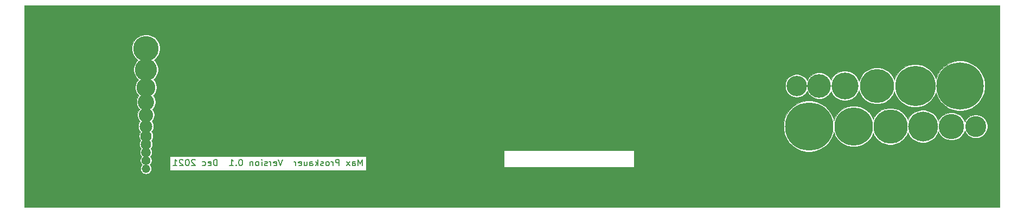
<source format=gbr>
G04 #@! TF.GenerationSoftware,KiCad,Pcbnew,(5.1.4)-1*
G04 #@! TF.CreationDate,2021-11-29T12:53:37-05:00*
G04 #@! TF.ProjectId,ruler,72756c65-722e-46b6-9963-61645f706362,0.1*
G04 #@! TF.SameCoordinates,Original*
G04 #@! TF.FileFunction,Copper,L2,Bot*
G04 #@! TF.FilePolarity,Positive*
%FSLAX46Y46*%
G04 Gerber Fmt 4.6, Leading zero omitted, Abs format (unit mm)*
G04 Created by KiCad (PCBNEW (5.1.4)-1) date 2021-11-29 12:53:37*
%MOMM*%
%LPD*%
G04 APERTURE LIST*
%ADD10C,0.200000*%
%ADD11C,1.320800*%
%ADD12C,1.397000*%
%ADD13C,1.498600*%
%ADD14C,1.625600*%
%ADD15C,1.778000*%
%ADD16C,1.981200*%
%ADD17C,2.235200*%
%ADD18C,2.540000*%
%ADD19C,2.946400*%
%ADD20C,3.454400*%
%ADD21C,3.962400*%
%ADD22C,7.543800*%
%ADD23C,5.994400*%
%ADD24C,5.334000*%
%ADD25C,4.673600*%
%ADD26C,3.276600*%
%ADD27C,7.400000*%
%ADD28C,6.300000*%
%ADD29C,5.300000*%
%ADD30C,4.200000*%
%ADD31C,3.700000*%
%ADD32C,3.200000*%
%ADD33C,0.025400*%
G04 APERTURE END LIST*
D10*
X129038095Y-101417380D02*
X129038095Y-100417380D01*
X128704761Y-101131666D01*
X128371428Y-100417380D01*
X128371428Y-101417380D01*
X127466666Y-101417380D02*
X127466666Y-100893571D01*
X127514285Y-100798333D01*
X127609523Y-100750714D01*
X127800000Y-100750714D01*
X127895238Y-100798333D01*
X127466666Y-101369761D02*
X127561904Y-101417380D01*
X127800000Y-101417380D01*
X127895238Y-101369761D01*
X127942857Y-101274523D01*
X127942857Y-101179285D01*
X127895238Y-101084047D01*
X127800000Y-101036428D01*
X127561904Y-101036428D01*
X127466666Y-100988809D01*
X127085714Y-101417380D02*
X126561904Y-100750714D01*
X127085714Y-100750714D02*
X126561904Y-101417380D01*
X125419047Y-101417380D02*
X125419047Y-100417380D01*
X125038095Y-100417380D01*
X124942857Y-100465000D01*
X124895238Y-100512619D01*
X124847619Y-100607857D01*
X124847619Y-100750714D01*
X124895238Y-100845952D01*
X124942857Y-100893571D01*
X125038095Y-100941190D01*
X125419047Y-100941190D01*
X124419047Y-101417380D02*
X124419047Y-100750714D01*
X124419047Y-100941190D02*
X124371428Y-100845952D01*
X124323809Y-100798333D01*
X124228571Y-100750714D01*
X124133333Y-100750714D01*
X123657142Y-101417380D02*
X123752380Y-101369761D01*
X123800000Y-101322142D01*
X123847619Y-101226904D01*
X123847619Y-100941190D01*
X123800000Y-100845952D01*
X123752380Y-100798333D01*
X123657142Y-100750714D01*
X123514285Y-100750714D01*
X123419047Y-100798333D01*
X123371428Y-100845952D01*
X123323809Y-100941190D01*
X123323809Y-101226904D01*
X123371428Y-101322142D01*
X123419047Y-101369761D01*
X123514285Y-101417380D01*
X123657142Y-101417380D01*
X122942857Y-101369761D02*
X122847619Y-101417380D01*
X122657142Y-101417380D01*
X122561904Y-101369761D01*
X122514285Y-101274523D01*
X122514285Y-101226904D01*
X122561904Y-101131666D01*
X122657142Y-101084047D01*
X122800000Y-101084047D01*
X122895238Y-101036428D01*
X122942857Y-100941190D01*
X122942857Y-100893571D01*
X122895238Y-100798333D01*
X122800000Y-100750714D01*
X122657142Y-100750714D01*
X122561904Y-100798333D01*
X122085714Y-101417380D02*
X122085714Y-100417380D01*
X121990476Y-101036428D02*
X121704761Y-101417380D01*
X121704761Y-100750714D02*
X122085714Y-101131666D01*
X120847619Y-101417380D02*
X120847619Y-100893571D01*
X120895238Y-100798333D01*
X120990476Y-100750714D01*
X121180952Y-100750714D01*
X121276190Y-100798333D01*
X120847619Y-101369761D02*
X120942857Y-101417380D01*
X121180952Y-101417380D01*
X121276190Y-101369761D01*
X121323809Y-101274523D01*
X121323809Y-101179285D01*
X121276190Y-101084047D01*
X121180952Y-101036428D01*
X120942857Y-101036428D01*
X120847619Y-100988809D01*
X119942857Y-100750714D02*
X119942857Y-101417380D01*
X120371428Y-100750714D02*
X120371428Y-101274523D01*
X120323809Y-101369761D01*
X120228571Y-101417380D01*
X120085714Y-101417380D01*
X119990476Y-101369761D01*
X119942857Y-101322142D01*
X119085714Y-101369761D02*
X119180952Y-101417380D01*
X119371428Y-101417380D01*
X119466666Y-101369761D01*
X119514285Y-101274523D01*
X119514285Y-100893571D01*
X119466666Y-100798333D01*
X119371428Y-100750714D01*
X119180952Y-100750714D01*
X119085714Y-100798333D01*
X119038095Y-100893571D01*
X119038095Y-100988809D01*
X119514285Y-101084047D01*
X118609523Y-101417380D02*
X118609523Y-100750714D01*
X118609523Y-100941190D02*
X118561904Y-100845952D01*
X118514285Y-100798333D01*
X118419047Y-100750714D01*
X118323809Y-100750714D01*
X116609523Y-100417380D02*
X116276190Y-101417380D01*
X115942857Y-100417380D01*
X115228571Y-101369761D02*
X115323809Y-101417380D01*
X115514285Y-101417380D01*
X115609523Y-101369761D01*
X115657142Y-101274523D01*
X115657142Y-100893571D01*
X115609523Y-100798333D01*
X115514285Y-100750714D01*
X115323809Y-100750714D01*
X115228571Y-100798333D01*
X115180952Y-100893571D01*
X115180952Y-100988809D01*
X115657142Y-101084047D01*
X114752380Y-101417380D02*
X114752380Y-100750714D01*
X114752380Y-100941190D02*
X114704761Y-100845952D01*
X114657142Y-100798333D01*
X114561904Y-100750714D01*
X114466666Y-100750714D01*
X114180952Y-101369761D02*
X114085714Y-101417380D01*
X113895238Y-101417380D01*
X113800000Y-101369761D01*
X113752380Y-101274523D01*
X113752380Y-101226904D01*
X113800000Y-101131666D01*
X113895238Y-101084047D01*
X114038095Y-101084047D01*
X114133333Y-101036428D01*
X114180952Y-100941190D01*
X114180952Y-100893571D01*
X114133333Y-100798333D01*
X114038095Y-100750714D01*
X113895238Y-100750714D01*
X113800000Y-100798333D01*
X113323809Y-101417380D02*
X113323809Y-100750714D01*
X113323809Y-100417380D02*
X113371428Y-100465000D01*
X113323809Y-100512619D01*
X113276190Y-100465000D01*
X113323809Y-100417380D01*
X113323809Y-100512619D01*
X112704761Y-101417380D02*
X112800000Y-101369761D01*
X112847619Y-101322142D01*
X112895238Y-101226904D01*
X112895238Y-100941190D01*
X112847619Y-100845952D01*
X112800000Y-100798333D01*
X112704761Y-100750714D01*
X112561904Y-100750714D01*
X112466666Y-100798333D01*
X112419047Y-100845952D01*
X112371428Y-100941190D01*
X112371428Y-101226904D01*
X112419047Y-101322142D01*
X112466666Y-101369761D01*
X112561904Y-101417380D01*
X112704761Y-101417380D01*
X111942857Y-100750714D02*
X111942857Y-101417380D01*
X111942857Y-100845952D02*
X111895238Y-100798333D01*
X111800000Y-100750714D01*
X111657142Y-100750714D01*
X111561904Y-100798333D01*
X111514285Y-100893571D01*
X111514285Y-101417380D01*
X110085714Y-100417380D02*
X109990476Y-100417380D01*
X109895238Y-100465000D01*
X109847619Y-100512619D01*
X109800000Y-100607857D01*
X109752380Y-100798333D01*
X109752380Y-101036428D01*
X109800000Y-101226904D01*
X109847619Y-101322142D01*
X109895238Y-101369761D01*
X109990476Y-101417380D01*
X110085714Y-101417380D01*
X110180952Y-101369761D01*
X110228571Y-101322142D01*
X110276190Y-101226904D01*
X110323809Y-101036428D01*
X110323809Y-100798333D01*
X110276190Y-100607857D01*
X110228571Y-100512619D01*
X110180952Y-100465000D01*
X110085714Y-100417380D01*
X109323809Y-101322142D02*
X109276190Y-101369761D01*
X109323809Y-101417380D01*
X109371428Y-101369761D01*
X109323809Y-101322142D01*
X109323809Y-101417380D01*
X108323809Y-101417380D02*
X108895238Y-101417380D01*
X108609523Y-101417380D02*
X108609523Y-100417380D01*
X108704761Y-100560238D01*
X108800000Y-100655476D01*
X108895238Y-100703095D01*
X106371428Y-101417380D02*
X106371428Y-100417380D01*
X106133333Y-100417380D01*
X105990476Y-100465000D01*
X105895238Y-100560238D01*
X105847619Y-100655476D01*
X105800000Y-100845952D01*
X105800000Y-100988809D01*
X105847619Y-101179285D01*
X105895238Y-101274523D01*
X105990476Y-101369761D01*
X106133333Y-101417380D01*
X106371428Y-101417380D01*
X104990476Y-101369761D02*
X105085714Y-101417380D01*
X105276190Y-101417380D01*
X105371428Y-101369761D01*
X105419047Y-101274523D01*
X105419047Y-100893571D01*
X105371428Y-100798333D01*
X105276190Y-100750714D01*
X105085714Y-100750714D01*
X104990476Y-100798333D01*
X104942857Y-100893571D01*
X104942857Y-100988809D01*
X105419047Y-101084047D01*
X104085714Y-101369761D02*
X104180952Y-101417380D01*
X104371428Y-101417380D01*
X104466666Y-101369761D01*
X104514285Y-101322142D01*
X104561904Y-101226904D01*
X104561904Y-100941190D01*
X104514285Y-100845952D01*
X104466666Y-100798333D01*
X104371428Y-100750714D01*
X104180952Y-100750714D01*
X104085714Y-100798333D01*
X102942857Y-100512619D02*
X102895238Y-100465000D01*
X102800000Y-100417380D01*
X102561904Y-100417380D01*
X102466666Y-100465000D01*
X102419047Y-100512619D01*
X102371428Y-100607857D01*
X102371428Y-100703095D01*
X102419047Y-100845952D01*
X102990476Y-101417380D01*
X102371428Y-101417380D01*
X101752380Y-100417380D02*
X101657142Y-100417380D01*
X101561904Y-100465000D01*
X101514285Y-100512619D01*
X101466666Y-100607857D01*
X101419047Y-100798333D01*
X101419047Y-101036428D01*
X101466666Y-101226904D01*
X101514285Y-101322142D01*
X101561904Y-101369761D01*
X101657142Y-101417380D01*
X101752380Y-101417380D01*
X101847619Y-101369761D01*
X101895238Y-101322142D01*
X101942857Y-101226904D01*
X101990476Y-101036428D01*
X101990476Y-100798333D01*
X101942857Y-100607857D01*
X101895238Y-100512619D01*
X101847619Y-100465000D01*
X101752380Y-100417380D01*
X101038095Y-100512619D02*
X100990476Y-100465000D01*
X100895238Y-100417380D01*
X100657142Y-100417380D01*
X100561904Y-100465000D01*
X100514285Y-100512619D01*
X100466666Y-100607857D01*
X100466666Y-100703095D01*
X100514285Y-100845952D01*
X101085714Y-101417380D01*
X100466666Y-101417380D01*
X99514285Y-101417380D02*
X100085714Y-101417380D01*
X99800000Y-101417380D02*
X99800000Y-100417380D01*
X99895238Y-100560238D01*
X99990476Y-100655476D01*
X100085714Y-100703095D01*
D11*
X95250000Y-101854000D03*
D12*
X95250000Y-100584000D03*
D13*
X95250000Y-99314000D03*
D14*
X95250000Y-98044000D03*
D15*
X95250000Y-96774000D03*
D16*
X95250000Y-95250000D03*
D17*
X95250000Y-93472000D03*
D18*
X95250000Y-91440000D03*
D19*
X95250000Y-89154000D03*
D20*
X95250000Y-86360000D03*
D21*
X95250000Y-83058000D03*
D22*
X198755000Y-95250000D03*
D23*
X205740000Y-95250000D03*
D24*
X211455000Y-95250000D03*
D25*
X216535000Y-95250000D03*
D21*
X220980000Y-95250000D03*
D26*
X224790000Y-95250000D03*
D27*
X222350000Y-88900000D03*
D28*
X215350000Y-88900000D03*
D29*
X209350000Y-88900000D03*
D30*
X204350000Y-88900000D03*
D31*
X200350000Y-88900000D03*
D32*
X196850000Y-88900000D03*
D33*
G36*
X228511900Y-107861900D02*
G01*
X76288100Y-107861900D01*
X76288100Y-82841920D01*
X93056100Y-82841920D01*
X93056100Y-83274080D01*
X93140411Y-83697937D01*
X93305791Y-84097201D01*
X93545887Y-84456530D01*
X93851470Y-84762113D01*
X94003123Y-84863445D01*
X93743182Y-85123386D01*
X93530883Y-85441113D01*
X93384650Y-85794152D01*
X93310100Y-86168937D01*
X93310100Y-86551063D01*
X93384650Y-86925848D01*
X93530883Y-87278887D01*
X93743182Y-87596614D01*
X94013386Y-87866818D01*
X94097054Y-87922724D01*
X93940476Y-88079302D01*
X93755975Y-88355427D01*
X93628889Y-88662241D01*
X93564100Y-88987953D01*
X93564100Y-89320047D01*
X93628889Y-89645759D01*
X93755975Y-89952573D01*
X93940476Y-90228698D01*
X94152462Y-90440684D01*
X94098312Y-90494834D01*
X93936048Y-90737678D01*
X93824279Y-91007512D01*
X93767300Y-91293967D01*
X93767300Y-91586033D01*
X93824279Y-91872488D01*
X93936048Y-92142322D01*
X94098312Y-92385166D01*
X94276909Y-92563763D01*
X94216688Y-92623983D01*
X94071103Y-92841867D01*
X93970822Y-93083966D01*
X93919700Y-93340977D01*
X93919700Y-93603023D01*
X93970822Y-93860034D01*
X94071103Y-94102133D01*
X94216688Y-94320017D01*
X94347474Y-94450803D01*
X94315336Y-94482941D01*
X94183650Y-94680024D01*
X94092942Y-94899010D01*
X94046700Y-95131485D01*
X94046700Y-95368515D01*
X94092942Y-95600990D01*
X94183650Y-95819976D01*
X94315336Y-96017059D01*
X94384532Y-96086255D01*
X94273686Y-96252149D01*
X94190637Y-96452646D01*
X94148300Y-96665492D01*
X94148300Y-96882508D01*
X94190637Y-97095354D01*
X94273686Y-97295851D01*
X94394253Y-97476293D01*
X94395283Y-97477323D01*
X94341214Y-97558244D01*
X94263909Y-97744873D01*
X94224500Y-97942997D01*
X94224500Y-98145003D01*
X94263909Y-98343127D01*
X94341214Y-98529756D01*
X94453442Y-98697718D01*
X94484228Y-98728504D01*
X94397486Y-98858322D01*
X94324969Y-99033395D01*
X94288000Y-99219251D01*
X94288000Y-99408749D01*
X94324969Y-99594605D01*
X94397486Y-99769678D01*
X94502766Y-99927239D01*
X94560448Y-99984921D01*
X94542225Y-100003144D01*
X94442505Y-100152385D01*
X94373817Y-100318213D01*
X94338800Y-100494255D01*
X94338800Y-100673745D01*
X94373817Y-100849787D01*
X94442505Y-101015615D01*
X94542225Y-101164856D01*
X94623310Y-101245941D01*
X94571819Y-101297431D01*
X94476268Y-101440432D01*
X94410452Y-101599326D01*
X94376900Y-101768007D01*
X94376900Y-101939993D01*
X94410452Y-102108674D01*
X94476268Y-102267568D01*
X94571819Y-102410569D01*
X94693431Y-102532181D01*
X94836432Y-102627732D01*
X94995326Y-102693548D01*
X95164007Y-102727100D01*
X95335993Y-102727100D01*
X95504674Y-102693548D01*
X95663568Y-102627732D01*
X95806569Y-102532181D01*
X95928181Y-102410569D01*
X96023732Y-102267568D01*
X96089548Y-102108674D01*
X96123100Y-101939993D01*
X96123100Y-101768007D01*
X96089548Y-101599326D01*
X96023732Y-101440432D01*
X95928181Y-101297431D01*
X95876691Y-101245941D01*
X95957775Y-101164856D01*
X96057495Y-101015615D01*
X96126183Y-100849787D01*
X96161200Y-100673745D01*
X96161200Y-100494255D01*
X96126183Y-100318213D01*
X96057495Y-100152385D01*
X95957775Y-100003144D01*
X95939552Y-99984921D01*
X95942173Y-99982300D01*
X99011110Y-99982300D01*
X99011110Y-102107700D01*
X129588891Y-102107700D01*
X129588891Y-99982300D01*
X99011110Y-99982300D01*
X95942173Y-99982300D01*
X95997234Y-99927239D01*
X96102514Y-99769678D01*
X96175031Y-99594605D01*
X96212000Y-99408749D01*
X96212000Y-99219251D01*
X96180324Y-99060000D01*
X151117300Y-99060000D01*
X151117300Y-101600000D01*
X151117544Y-101602478D01*
X151118267Y-101604860D01*
X151119440Y-101607056D01*
X151121020Y-101608980D01*
X151122944Y-101610560D01*
X151125140Y-101611733D01*
X151127522Y-101612456D01*
X151130000Y-101612700D01*
X171450000Y-101612700D01*
X171452478Y-101612456D01*
X171454860Y-101611733D01*
X171457056Y-101610560D01*
X171458980Y-101608980D01*
X171460560Y-101607056D01*
X171461733Y-101604860D01*
X171462456Y-101602478D01*
X171462700Y-101600000D01*
X171462700Y-99060000D01*
X171462456Y-99057522D01*
X171461733Y-99055140D01*
X171460560Y-99052944D01*
X171458980Y-99051020D01*
X171457056Y-99049440D01*
X171454860Y-99048267D01*
X171452478Y-99047544D01*
X171450000Y-99047300D01*
X151130000Y-99047300D01*
X151127522Y-99047544D01*
X151125140Y-99048267D01*
X151122944Y-99049440D01*
X151121020Y-99051020D01*
X151119440Y-99052944D01*
X151118267Y-99055140D01*
X151117544Y-99057522D01*
X151117300Y-99060000D01*
X96180324Y-99060000D01*
X96175031Y-99033395D01*
X96102514Y-98858322D01*
X96015772Y-98728504D01*
X96046558Y-98697718D01*
X96158786Y-98529756D01*
X96236091Y-98343127D01*
X96275500Y-98145003D01*
X96275500Y-97942997D01*
X96236091Y-97744873D01*
X96158786Y-97558244D01*
X96104717Y-97477323D01*
X96105747Y-97476293D01*
X96226314Y-97295851D01*
X96309363Y-97095354D01*
X96351700Y-96882508D01*
X96351700Y-96665492D01*
X96309363Y-96452646D01*
X96226314Y-96252149D01*
X96115468Y-96086255D01*
X96184664Y-96017059D01*
X96316350Y-95819976D01*
X96407058Y-95600990D01*
X96453300Y-95368515D01*
X96453300Y-95131485D01*
X96407058Y-94899010D01*
X96389885Y-94857551D01*
X194770400Y-94857551D01*
X194770400Y-95642449D01*
X194923526Y-96412265D01*
X195223893Y-97137416D01*
X195659959Y-97790035D01*
X196214965Y-98345041D01*
X196867584Y-98781107D01*
X197592735Y-99081474D01*
X198362551Y-99234600D01*
X199147449Y-99234600D01*
X199917265Y-99081474D01*
X200642416Y-98781107D01*
X201295035Y-98345041D01*
X201850041Y-97790035D01*
X202286107Y-97137416D01*
X202586474Y-96412265D01*
X202642439Y-96130911D01*
X202653455Y-96186293D01*
X202895424Y-96770458D01*
X203246708Y-97296192D01*
X203693808Y-97743292D01*
X204219542Y-98094576D01*
X204803707Y-98336545D01*
X205423852Y-98459900D01*
X206056148Y-98459900D01*
X206676293Y-98336545D01*
X207260458Y-98094576D01*
X207786192Y-97743292D01*
X208233292Y-97296192D01*
X208584576Y-96770458D01*
X208776203Y-96307830D01*
X208903043Y-96614050D01*
X209218191Y-97085702D01*
X209619298Y-97486809D01*
X210090950Y-97801957D01*
X210615022Y-98019035D01*
X211171374Y-98129700D01*
X211738626Y-98129700D01*
X212294978Y-98019035D01*
X212819050Y-97801957D01*
X213290702Y-97486809D01*
X213691809Y-97085702D01*
X214006957Y-96614050D01*
X214173703Y-96211490D01*
X214275662Y-96457641D01*
X214554674Y-96875212D01*
X214909788Y-97230326D01*
X215327359Y-97509338D01*
X215791338Y-97701524D01*
X216283896Y-97799500D01*
X216786104Y-97799500D01*
X217278662Y-97701524D01*
X217742641Y-97509338D01*
X218160212Y-97230326D01*
X218515326Y-96875212D01*
X218794338Y-96457641D01*
X218949950Y-96081961D01*
X219035791Y-96289201D01*
X219275887Y-96648530D01*
X219581470Y-96954113D01*
X219940799Y-97194209D01*
X220340063Y-97359589D01*
X220763920Y-97443900D01*
X221196080Y-97443900D01*
X221619937Y-97359589D01*
X222019201Y-97194209D01*
X222378530Y-96954113D01*
X222684113Y-96648530D01*
X222924209Y-96289201D01*
X223070576Y-95935839D01*
X223149665Y-96126777D01*
X223352235Y-96429944D01*
X223610056Y-96687765D01*
X223913223Y-96890335D01*
X224250083Y-97029867D01*
X224607692Y-97101000D01*
X224972308Y-97101000D01*
X225329917Y-97029867D01*
X225666777Y-96890335D01*
X225969944Y-96687765D01*
X226227765Y-96429944D01*
X226430335Y-96126777D01*
X226569867Y-95789917D01*
X226641000Y-95432308D01*
X226641000Y-95067692D01*
X226569867Y-94710083D01*
X226430335Y-94373223D01*
X226227765Y-94070056D01*
X225969944Y-93812235D01*
X225666777Y-93609665D01*
X225329917Y-93470133D01*
X224972308Y-93399000D01*
X224607692Y-93399000D01*
X224250083Y-93470133D01*
X223913223Y-93609665D01*
X223610056Y-93812235D01*
X223352235Y-94070056D01*
X223149665Y-94373223D01*
X223070576Y-94564161D01*
X222924209Y-94210799D01*
X222684113Y-93851470D01*
X222378530Y-93545887D01*
X222019201Y-93305791D01*
X221619937Y-93140411D01*
X221196080Y-93056100D01*
X220763920Y-93056100D01*
X220340063Y-93140411D01*
X219940799Y-93305791D01*
X219581470Y-93545887D01*
X219275887Y-93851470D01*
X219035791Y-94210799D01*
X218949950Y-94418039D01*
X218794338Y-94042359D01*
X218515326Y-93624788D01*
X218160212Y-93269674D01*
X217742641Y-92990662D01*
X217278662Y-92798476D01*
X216786104Y-92700500D01*
X216283896Y-92700500D01*
X215791338Y-92798476D01*
X215327359Y-92990662D01*
X214909788Y-93269674D01*
X214554674Y-93624788D01*
X214275662Y-94042359D01*
X214173703Y-94288510D01*
X214006957Y-93885950D01*
X213691809Y-93414298D01*
X213290702Y-93013191D01*
X212819050Y-92698043D01*
X212294978Y-92480965D01*
X211738626Y-92370300D01*
X211171374Y-92370300D01*
X210615022Y-92480965D01*
X210090950Y-92698043D01*
X209619298Y-93013191D01*
X209218191Y-93414298D01*
X208903043Y-93885950D01*
X208776203Y-94192170D01*
X208584576Y-93729542D01*
X208233292Y-93203808D01*
X207786192Y-92756708D01*
X207260458Y-92405424D01*
X206676293Y-92163455D01*
X206056148Y-92040100D01*
X205423852Y-92040100D01*
X204803707Y-92163455D01*
X204219542Y-92405424D01*
X203693808Y-92756708D01*
X203246708Y-93203808D01*
X202895424Y-93729542D01*
X202653455Y-94313707D01*
X202642439Y-94369089D01*
X202586474Y-94087735D01*
X202286107Y-93362584D01*
X201850041Y-92709965D01*
X201295035Y-92154959D01*
X200642416Y-91718893D01*
X199917265Y-91418526D01*
X199147449Y-91265400D01*
X198362551Y-91265400D01*
X197592735Y-91418526D01*
X196867584Y-91718893D01*
X196214965Y-92154959D01*
X195659959Y-92709965D01*
X195223893Y-93362584D01*
X194923526Y-94087735D01*
X194770400Y-94857551D01*
X96389885Y-94857551D01*
X96316350Y-94680024D01*
X96184664Y-94482941D01*
X96152526Y-94450803D01*
X96283312Y-94320017D01*
X96428897Y-94102133D01*
X96529178Y-93860034D01*
X96580300Y-93603023D01*
X96580300Y-93340977D01*
X96529178Y-93083966D01*
X96428897Y-92841867D01*
X96283312Y-92623983D01*
X96223092Y-92563763D01*
X96401688Y-92385166D01*
X96563952Y-92142322D01*
X96675721Y-91872488D01*
X96732700Y-91586033D01*
X96732700Y-91293967D01*
X96675721Y-91007512D01*
X96563952Y-90737678D01*
X96401688Y-90494834D01*
X96347538Y-90440684D01*
X96559524Y-90228698D01*
X96744025Y-89952573D01*
X96871111Y-89645759D01*
X96935900Y-89320047D01*
X96935900Y-88987953D01*
X96882892Y-88721465D01*
X195037300Y-88721465D01*
X195037300Y-89078535D01*
X195106961Y-89428745D01*
X195243606Y-89758635D01*
X195441984Y-90055529D01*
X195694471Y-90308016D01*
X195991365Y-90506394D01*
X196321255Y-90643039D01*
X196671465Y-90712700D01*
X197028535Y-90712700D01*
X197378745Y-90643039D01*
X197708635Y-90506394D01*
X198005529Y-90308016D01*
X198258016Y-90055529D01*
X198456394Y-89758635D01*
X198464701Y-89738581D01*
X198522059Y-89877055D01*
X198747796Y-90214895D01*
X199035105Y-90502204D01*
X199372945Y-90727941D01*
X199748332Y-90883432D01*
X200146842Y-90962700D01*
X200553158Y-90962700D01*
X200951668Y-90883432D01*
X201327055Y-90727941D01*
X201664895Y-90502204D01*
X201952204Y-90214895D01*
X202177941Y-89877055D01*
X202214701Y-89788308D01*
X202300512Y-89995474D01*
X202553609Y-90374260D01*
X202875740Y-90696391D01*
X203254526Y-90949488D01*
X203675410Y-91123824D01*
X204122219Y-91212700D01*
X204577781Y-91212700D01*
X205024590Y-91123824D01*
X205445474Y-90949488D01*
X205824260Y-90696391D01*
X206146391Y-90374260D01*
X206399488Y-89995474D01*
X206568133Y-89588328D01*
X206597312Y-89735019D01*
X206813109Y-90255997D01*
X207126396Y-90724865D01*
X207525135Y-91123604D01*
X207994003Y-91436891D01*
X208514981Y-91652688D01*
X209068049Y-91762700D01*
X209631951Y-91762700D01*
X210185019Y-91652688D01*
X210705997Y-91436891D01*
X211174865Y-91123604D01*
X211573604Y-90724865D01*
X211886891Y-90255997D01*
X212092438Y-89759765D01*
X212116526Y-89880864D01*
X212370014Y-90492836D01*
X212738020Y-91043597D01*
X213206403Y-91511980D01*
X213757164Y-91879986D01*
X214369136Y-92133474D01*
X215018803Y-92262700D01*
X215681197Y-92262700D01*
X216330864Y-92133474D01*
X216942836Y-91879986D01*
X217493597Y-91511980D01*
X217961980Y-91043597D01*
X218329986Y-90492836D01*
X218564745Y-89926079D01*
X218587663Y-90041293D01*
X218882610Y-90753358D01*
X219310807Y-91394201D01*
X219855799Y-91939193D01*
X220496642Y-92367390D01*
X221208707Y-92662337D01*
X221964633Y-92812700D01*
X222735367Y-92812700D01*
X223491293Y-92662337D01*
X224203358Y-92367390D01*
X224844201Y-91939193D01*
X225389193Y-91394201D01*
X225817390Y-90753358D01*
X226112337Y-90041293D01*
X226262700Y-89285367D01*
X226262700Y-88514633D01*
X226112337Y-87758707D01*
X225817390Y-87046642D01*
X225389193Y-86405799D01*
X224844201Y-85860807D01*
X224203358Y-85432610D01*
X223491293Y-85137663D01*
X222735367Y-84987300D01*
X221964633Y-84987300D01*
X221208707Y-85137663D01*
X220496642Y-85432610D01*
X219855799Y-85860807D01*
X219310807Y-86405799D01*
X218882610Y-87046642D01*
X218587663Y-87758707D01*
X218564745Y-87873921D01*
X218329986Y-87307164D01*
X217961980Y-86756403D01*
X217493597Y-86288020D01*
X216942836Y-85920014D01*
X216330864Y-85666526D01*
X215681197Y-85537300D01*
X215018803Y-85537300D01*
X214369136Y-85666526D01*
X213757164Y-85920014D01*
X213206403Y-86288020D01*
X212738020Y-86756403D01*
X212370014Y-87307164D01*
X212116526Y-87919136D01*
X212092438Y-88040235D01*
X211886891Y-87544003D01*
X211573604Y-87075135D01*
X211174865Y-86676396D01*
X210705997Y-86363109D01*
X210185019Y-86147312D01*
X209631951Y-86037300D01*
X209068049Y-86037300D01*
X208514981Y-86147312D01*
X207994003Y-86363109D01*
X207525135Y-86676396D01*
X207126396Y-87075135D01*
X206813109Y-87544003D01*
X206597312Y-88064981D01*
X206568133Y-88211672D01*
X206399488Y-87804526D01*
X206146391Y-87425740D01*
X205824260Y-87103609D01*
X205445474Y-86850512D01*
X205024590Y-86676176D01*
X204577781Y-86587300D01*
X204122219Y-86587300D01*
X203675410Y-86676176D01*
X203254526Y-86850512D01*
X202875740Y-87103609D01*
X202553609Y-87425740D01*
X202300512Y-87804526D01*
X202214701Y-88011692D01*
X202177941Y-87922945D01*
X201952204Y-87585105D01*
X201664895Y-87297796D01*
X201327055Y-87072059D01*
X200951668Y-86916568D01*
X200553158Y-86837300D01*
X200146842Y-86837300D01*
X199748332Y-86916568D01*
X199372945Y-87072059D01*
X199035105Y-87297796D01*
X198747796Y-87585105D01*
X198522059Y-87922945D01*
X198464701Y-88061419D01*
X198456394Y-88041365D01*
X198258016Y-87744471D01*
X198005529Y-87491984D01*
X197708635Y-87293606D01*
X197378745Y-87156961D01*
X197028535Y-87087300D01*
X196671465Y-87087300D01*
X196321255Y-87156961D01*
X195991365Y-87293606D01*
X195694471Y-87491984D01*
X195441984Y-87744471D01*
X195243606Y-88041365D01*
X195106961Y-88371255D01*
X195037300Y-88721465D01*
X96882892Y-88721465D01*
X96871111Y-88662241D01*
X96744025Y-88355427D01*
X96559524Y-88079302D01*
X96402946Y-87922724D01*
X96486614Y-87866818D01*
X96756818Y-87596614D01*
X96969117Y-87278887D01*
X97115350Y-86925848D01*
X97189900Y-86551063D01*
X97189900Y-86168937D01*
X97115350Y-85794152D01*
X96969117Y-85441113D01*
X96756818Y-85123386D01*
X96496877Y-84863445D01*
X96648530Y-84762113D01*
X96954113Y-84456530D01*
X97194209Y-84097201D01*
X97359589Y-83697937D01*
X97443900Y-83274080D01*
X97443900Y-82841920D01*
X97359589Y-82418063D01*
X97194209Y-82018799D01*
X96954113Y-81659470D01*
X96648530Y-81353887D01*
X96289201Y-81113791D01*
X95889937Y-80948411D01*
X95466080Y-80864100D01*
X95033920Y-80864100D01*
X94610063Y-80948411D01*
X94210799Y-81113791D01*
X93851470Y-81353887D01*
X93545887Y-81659470D01*
X93305791Y-82018799D01*
X93140411Y-82418063D01*
X93056100Y-82841920D01*
X76288100Y-82841920D01*
X76288100Y-76288100D01*
X228511901Y-76288100D01*
X228511900Y-107861900D01*
X228511900Y-107861900D01*
G37*
X228511900Y-107861900D02*
X76288100Y-107861900D01*
X76288100Y-82841920D01*
X93056100Y-82841920D01*
X93056100Y-83274080D01*
X93140411Y-83697937D01*
X93305791Y-84097201D01*
X93545887Y-84456530D01*
X93851470Y-84762113D01*
X94003123Y-84863445D01*
X93743182Y-85123386D01*
X93530883Y-85441113D01*
X93384650Y-85794152D01*
X93310100Y-86168937D01*
X93310100Y-86551063D01*
X93384650Y-86925848D01*
X93530883Y-87278887D01*
X93743182Y-87596614D01*
X94013386Y-87866818D01*
X94097054Y-87922724D01*
X93940476Y-88079302D01*
X93755975Y-88355427D01*
X93628889Y-88662241D01*
X93564100Y-88987953D01*
X93564100Y-89320047D01*
X93628889Y-89645759D01*
X93755975Y-89952573D01*
X93940476Y-90228698D01*
X94152462Y-90440684D01*
X94098312Y-90494834D01*
X93936048Y-90737678D01*
X93824279Y-91007512D01*
X93767300Y-91293967D01*
X93767300Y-91586033D01*
X93824279Y-91872488D01*
X93936048Y-92142322D01*
X94098312Y-92385166D01*
X94276909Y-92563763D01*
X94216688Y-92623983D01*
X94071103Y-92841867D01*
X93970822Y-93083966D01*
X93919700Y-93340977D01*
X93919700Y-93603023D01*
X93970822Y-93860034D01*
X94071103Y-94102133D01*
X94216688Y-94320017D01*
X94347474Y-94450803D01*
X94315336Y-94482941D01*
X94183650Y-94680024D01*
X94092942Y-94899010D01*
X94046700Y-95131485D01*
X94046700Y-95368515D01*
X94092942Y-95600990D01*
X94183650Y-95819976D01*
X94315336Y-96017059D01*
X94384532Y-96086255D01*
X94273686Y-96252149D01*
X94190637Y-96452646D01*
X94148300Y-96665492D01*
X94148300Y-96882508D01*
X94190637Y-97095354D01*
X94273686Y-97295851D01*
X94394253Y-97476293D01*
X94395283Y-97477323D01*
X94341214Y-97558244D01*
X94263909Y-97744873D01*
X94224500Y-97942997D01*
X94224500Y-98145003D01*
X94263909Y-98343127D01*
X94341214Y-98529756D01*
X94453442Y-98697718D01*
X94484228Y-98728504D01*
X94397486Y-98858322D01*
X94324969Y-99033395D01*
X94288000Y-99219251D01*
X94288000Y-99408749D01*
X94324969Y-99594605D01*
X94397486Y-99769678D01*
X94502766Y-99927239D01*
X94560448Y-99984921D01*
X94542225Y-100003144D01*
X94442505Y-100152385D01*
X94373817Y-100318213D01*
X94338800Y-100494255D01*
X94338800Y-100673745D01*
X94373817Y-100849787D01*
X94442505Y-101015615D01*
X94542225Y-101164856D01*
X94623310Y-101245941D01*
X94571819Y-101297431D01*
X94476268Y-101440432D01*
X94410452Y-101599326D01*
X94376900Y-101768007D01*
X94376900Y-101939993D01*
X94410452Y-102108674D01*
X94476268Y-102267568D01*
X94571819Y-102410569D01*
X94693431Y-102532181D01*
X94836432Y-102627732D01*
X94995326Y-102693548D01*
X95164007Y-102727100D01*
X95335993Y-102727100D01*
X95504674Y-102693548D01*
X95663568Y-102627732D01*
X95806569Y-102532181D01*
X95928181Y-102410569D01*
X96023732Y-102267568D01*
X96089548Y-102108674D01*
X96123100Y-101939993D01*
X96123100Y-101768007D01*
X96089548Y-101599326D01*
X96023732Y-101440432D01*
X95928181Y-101297431D01*
X95876691Y-101245941D01*
X95957775Y-101164856D01*
X96057495Y-101015615D01*
X96126183Y-100849787D01*
X96161200Y-100673745D01*
X96161200Y-100494255D01*
X96126183Y-100318213D01*
X96057495Y-100152385D01*
X95957775Y-100003144D01*
X95939552Y-99984921D01*
X95942173Y-99982300D01*
X99011110Y-99982300D01*
X99011110Y-102107700D01*
X129588891Y-102107700D01*
X129588891Y-99982300D01*
X99011110Y-99982300D01*
X95942173Y-99982300D01*
X95997234Y-99927239D01*
X96102514Y-99769678D01*
X96175031Y-99594605D01*
X96212000Y-99408749D01*
X96212000Y-99219251D01*
X96180324Y-99060000D01*
X151117300Y-99060000D01*
X151117300Y-101600000D01*
X151117544Y-101602478D01*
X151118267Y-101604860D01*
X151119440Y-101607056D01*
X151121020Y-101608980D01*
X151122944Y-101610560D01*
X151125140Y-101611733D01*
X151127522Y-101612456D01*
X151130000Y-101612700D01*
X171450000Y-101612700D01*
X171452478Y-101612456D01*
X171454860Y-101611733D01*
X171457056Y-101610560D01*
X171458980Y-101608980D01*
X171460560Y-101607056D01*
X171461733Y-101604860D01*
X171462456Y-101602478D01*
X171462700Y-101600000D01*
X171462700Y-99060000D01*
X171462456Y-99057522D01*
X171461733Y-99055140D01*
X171460560Y-99052944D01*
X171458980Y-99051020D01*
X171457056Y-99049440D01*
X171454860Y-99048267D01*
X171452478Y-99047544D01*
X171450000Y-99047300D01*
X151130000Y-99047300D01*
X151127522Y-99047544D01*
X151125140Y-99048267D01*
X151122944Y-99049440D01*
X151121020Y-99051020D01*
X151119440Y-99052944D01*
X151118267Y-99055140D01*
X151117544Y-99057522D01*
X151117300Y-99060000D01*
X96180324Y-99060000D01*
X96175031Y-99033395D01*
X96102514Y-98858322D01*
X96015772Y-98728504D01*
X96046558Y-98697718D01*
X96158786Y-98529756D01*
X96236091Y-98343127D01*
X96275500Y-98145003D01*
X96275500Y-97942997D01*
X96236091Y-97744873D01*
X96158786Y-97558244D01*
X96104717Y-97477323D01*
X96105747Y-97476293D01*
X96226314Y-97295851D01*
X96309363Y-97095354D01*
X96351700Y-96882508D01*
X96351700Y-96665492D01*
X96309363Y-96452646D01*
X96226314Y-96252149D01*
X96115468Y-96086255D01*
X96184664Y-96017059D01*
X96316350Y-95819976D01*
X96407058Y-95600990D01*
X96453300Y-95368515D01*
X96453300Y-95131485D01*
X96407058Y-94899010D01*
X96389885Y-94857551D01*
X194770400Y-94857551D01*
X194770400Y-95642449D01*
X194923526Y-96412265D01*
X195223893Y-97137416D01*
X195659959Y-97790035D01*
X196214965Y-98345041D01*
X196867584Y-98781107D01*
X197592735Y-99081474D01*
X198362551Y-99234600D01*
X199147449Y-99234600D01*
X199917265Y-99081474D01*
X200642416Y-98781107D01*
X201295035Y-98345041D01*
X201850041Y-97790035D01*
X202286107Y-97137416D01*
X202586474Y-96412265D01*
X202642439Y-96130911D01*
X202653455Y-96186293D01*
X202895424Y-96770458D01*
X203246708Y-97296192D01*
X203693808Y-97743292D01*
X204219542Y-98094576D01*
X204803707Y-98336545D01*
X205423852Y-98459900D01*
X206056148Y-98459900D01*
X206676293Y-98336545D01*
X207260458Y-98094576D01*
X207786192Y-97743292D01*
X208233292Y-97296192D01*
X208584576Y-96770458D01*
X208776203Y-96307830D01*
X208903043Y-96614050D01*
X209218191Y-97085702D01*
X209619298Y-97486809D01*
X210090950Y-97801957D01*
X210615022Y-98019035D01*
X211171374Y-98129700D01*
X211738626Y-98129700D01*
X212294978Y-98019035D01*
X212819050Y-97801957D01*
X213290702Y-97486809D01*
X213691809Y-97085702D01*
X214006957Y-96614050D01*
X214173703Y-96211490D01*
X214275662Y-96457641D01*
X214554674Y-96875212D01*
X214909788Y-97230326D01*
X215327359Y-97509338D01*
X215791338Y-97701524D01*
X216283896Y-97799500D01*
X216786104Y-97799500D01*
X217278662Y-97701524D01*
X217742641Y-97509338D01*
X218160212Y-97230326D01*
X218515326Y-96875212D01*
X218794338Y-96457641D01*
X218949950Y-96081961D01*
X219035791Y-96289201D01*
X219275887Y-96648530D01*
X219581470Y-96954113D01*
X219940799Y-97194209D01*
X220340063Y-97359589D01*
X220763920Y-97443900D01*
X221196080Y-97443900D01*
X221619937Y-97359589D01*
X222019201Y-97194209D01*
X222378530Y-96954113D01*
X222684113Y-96648530D01*
X222924209Y-96289201D01*
X223070576Y-95935839D01*
X223149665Y-96126777D01*
X223352235Y-96429944D01*
X223610056Y-96687765D01*
X223913223Y-96890335D01*
X224250083Y-97029867D01*
X224607692Y-97101000D01*
X224972308Y-97101000D01*
X225329917Y-97029867D01*
X225666777Y-96890335D01*
X225969944Y-96687765D01*
X226227765Y-96429944D01*
X226430335Y-96126777D01*
X226569867Y-95789917D01*
X226641000Y-95432308D01*
X226641000Y-95067692D01*
X226569867Y-94710083D01*
X226430335Y-94373223D01*
X226227765Y-94070056D01*
X225969944Y-93812235D01*
X225666777Y-93609665D01*
X225329917Y-93470133D01*
X224972308Y-93399000D01*
X224607692Y-93399000D01*
X224250083Y-93470133D01*
X223913223Y-93609665D01*
X223610056Y-93812235D01*
X223352235Y-94070056D01*
X223149665Y-94373223D01*
X223070576Y-94564161D01*
X222924209Y-94210799D01*
X222684113Y-93851470D01*
X222378530Y-93545887D01*
X222019201Y-93305791D01*
X221619937Y-93140411D01*
X221196080Y-93056100D01*
X220763920Y-93056100D01*
X220340063Y-93140411D01*
X219940799Y-93305791D01*
X219581470Y-93545887D01*
X219275887Y-93851470D01*
X219035791Y-94210799D01*
X218949950Y-94418039D01*
X218794338Y-94042359D01*
X218515326Y-93624788D01*
X218160212Y-93269674D01*
X217742641Y-92990662D01*
X217278662Y-92798476D01*
X216786104Y-92700500D01*
X216283896Y-92700500D01*
X215791338Y-92798476D01*
X215327359Y-92990662D01*
X214909788Y-93269674D01*
X214554674Y-93624788D01*
X214275662Y-94042359D01*
X214173703Y-94288510D01*
X214006957Y-93885950D01*
X213691809Y-93414298D01*
X213290702Y-93013191D01*
X212819050Y-92698043D01*
X212294978Y-92480965D01*
X211738626Y-92370300D01*
X211171374Y-92370300D01*
X210615022Y-92480965D01*
X210090950Y-92698043D01*
X209619298Y-93013191D01*
X209218191Y-93414298D01*
X208903043Y-93885950D01*
X208776203Y-94192170D01*
X208584576Y-93729542D01*
X208233292Y-93203808D01*
X207786192Y-92756708D01*
X207260458Y-92405424D01*
X206676293Y-92163455D01*
X206056148Y-92040100D01*
X205423852Y-92040100D01*
X204803707Y-92163455D01*
X204219542Y-92405424D01*
X203693808Y-92756708D01*
X203246708Y-93203808D01*
X202895424Y-93729542D01*
X202653455Y-94313707D01*
X202642439Y-94369089D01*
X202586474Y-94087735D01*
X202286107Y-93362584D01*
X201850041Y-92709965D01*
X201295035Y-92154959D01*
X200642416Y-91718893D01*
X199917265Y-91418526D01*
X199147449Y-91265400D01*
X198362551Y-91265400D01*
X197592735Y-91418526D01*
X196867584Y-91718893D01*
X196214965Y-92154959D01*
X195659959Y-92709965D01*
X195223893Y-93362584D01*
X194923526Y-94087735D01*
X194770400Y-94857551D01*
X96389885Y-94857551D01*
X96316350Y-94680024D01*
X96184664Y-94482941D01*
X96152526Y-94450803D01*
X96283312Y-94320017D01*
X96428897Y-94102133D01*
X96529178Y-93860034D01*
X96580300Y-93603023D01*
X96580300Y-93340977D01*
X96529178Y-93083966D01*
X96428897Y-92841867D01*
X96283312Y-92623983D01*
X96223092Y-92563763D01*
X96401688Y-92385166D01*
X96563952Y-92142322D01*
X96675721Y-91872488D01*
X96732700Y-91586033D01*
X96732700Y-91293967D01*
X96675721Y-91007512D01*
X96563952Y-90737678D01*
X96401688Y-90494834D01*
X96347538Y-90440684D01*
X96559524Y-90228698D01*
X96744025Y-89952573D01*
X96871111Y-89645759D01*
X96935900Y-89320047D01*
X96935900Y-88987953D01*
X96882892Y-88721465D01*
X195037300Y-88721465D01*
X195037300Y-89078535D01*
X195106961Y-89428745D01*
X195243606Y-89758635D01*
X195441984Y-90055529D01*
X195694471Y-90308016D01*
X195991365Y-90506394D01*
X196321255Y-90643039D01*
X196671465Y-90712700D01*
X197028535Y-90712700D01*
X197378745Y-90643039D01*
X197708635Y-90506394D01*
X198005529Y-90308016D01*
X198258016Y-90055529D01*
X198456394Y-89758635D01*
X198464701Y-89738581D01*
X198522059Y-89877055D01*
X198747796Y-90214895D01*
X199035105Y-90502204D01*
X199372945Y-90727941D01*
X199748332Y-90883432D01*
X200146842Y-90962700D01*
X200553158Y-90962700D01*
X200951668Y-90883432D01*
X201327055Y-90727941D01*
X201664895Y-90502204D01*
X201952204Y-90214895D01*
X202177941Y-89877055D01*
X202214701Y-89788308D01*
X202300512Y-89995474D01*
X202553609Y-90374260D01*
X202875740Y-90696391D01*
X203254526Y-90949488D01*
X203675410Y-91123824D01*
X204122219Y-91212700D01*
X204577781Y-91212700D01*
X205024590Y-91123824D01*
X205445474Y-90949488D01*
X205824260Y-90696391D01*
X206146391Y-90374260D01*
X206399488Y-89995474D01*
X206568133Y-89588328D01*
X206597312Y-89735019D01*
X206813109Y-90255997D01*
X207126396Y-90724865D01*
X207525135Y-91123604D01*
X207994003Y-91436891D01*
X208514981Y-91652688D01*
X209068049Y-91762700D01*
X209631951Y-91762700D01*
X210185019Y-91652688D01*
X210705997Y-91436891D01*
X211174865Y-91123604D01*
X211573604Y-90724865D01*
X211886891Y-90255997D01*
X212092438Y-89759765D01*
X212116526Y-89880864D01*
X212370014Y-90492836D01*
X212738020Y-91043597D01*
X213206403Y-91511980D01*
X213757164Y-91879986D01*
X214369136Y-92133474D01*
X215018803Y-92262700D01*
X215681197Y-92262700D01*
X216330864Y-92133474D01*
X216942836Y-91879986D01*
X217493597Y-91511980D01*
X217961980Y-91043597D01*
X218329986Y-90492836D01*
X218564745Y-89926079D01*
X218587663Y-90041293D01*
X218882610Y-90753358D01*
X219310807Y-91394201D01*
X219855799Y-91939193D01*
X220496642Y-92367390D01*
X221208707Y-92662337D01*
X221964633Y-92812700D01*
X222735367Y-92812700D01*
X223491293Y-92662337D01*
X224203358Y-92367390D01*
X224844201Y-91939193D01*
X225389193Y-91394201D01*
X225817390Y-90753358D01*
X226112337Y-90041293D01*
X226262700Y-89285367D01*
X226262700Y-88514633D01*
X226112337Y-87758707D01*
X225817390Y-87046642D01*
X225389193Y-86405799D01*
X224844201Y-85860807D01*
X224203358Y-85432610D01*
X223491293Y-85137663D01*
X222735367Y-84987300D01*
X221964633Y-84987300D01*
X221208707Y-85137663D01*
X220496642Y-85432610D01*
X219855799Y-85860807D01*
X219310807Y-86405799D01*
X218882610Y-87046642D01*
X218587663Y-87758707D01*
X218564745Y-87873921D01*
X218329986Y-87307164D01*
X217961980Y-86756403D01*
X217493597Y-86288020D01*
X216942836Y-85920014D01*
X216330864Y-85666526D01*
X215681197Y-85537300D01*
X215018803Y-85537300D01*
X214369136Y-85666526D01*
X213757164Y-85920014D01*
X213206403Y-86288020D01*
X212738020Y-86756403D01*
X212370014Y-87307164D01*
X212116526Y-87919136D01*
X212092438Y-88040235D01*
X211886891Y-87544003D01*
X211573604Y-87075135D01*
X211174865Y-86676396D01*
X210705997Y-86363109D01*
X210185019Y-86147312D01*
X209631951Y-86037300D01*
X209068049Y-86037300D01*
X208514981Y-86147312D01*
X207994003Y-86363109D01*
X207525135Y-86676396D01*
X207126396Y-87075135D01*
X206813109Y-87544003D01*
X206597312Y-88064981D01*
X206568133Y-88211672D01*
X206399488Y-87804526D01*
X206146391Y-87425740D01*
X205824260Y-87103609D01*
X205445474Y-86850512D01*
X205024590Y-86676176D01*
X204577781Y-86587300D01*
X204122219Y-86587300D01*
X203675410Y-86676176D01*
X203254526Y-86850512D01*
X202875740Y-87103609D01*
X202553609Y-87425740D01*
X202300512Y-87804526D01*
X202214701Y-88011692D01*
X202177941Y-87922945D01*
X201952204Y-87585105D01*
X201664895Y-87297796D01*
X201327055Y-87072059D01*
X200951668Y-86916568D01*
X200553158Y-86837300D01*
X200146842Y-86837300D01*
X199748332Y-86916568D01*
X199372945Y-87072059D01*
X199035105Y-87297796D01*
X198747796Y-87585105D01*
X198522059Y-87922945D01*
X198464701Y-88061419D01*
X198456394Y-88041365D01*
X198258016Y-87744471D01*
X198005529Y-87491984D01*
X197708635Y-87293606D01*
X197378745Y-87156961D01*
X197028535Y-87087300D01*
X196671465Y-87087300D01*
X196321255Y-87156961D01*
X195991365Y-87293606D01*
X195694471Y-87491984D01*
X195441984Y-87744471D01*
X195243606Y-88041365D01*
X195106961Y-88371255D01*
X195037300Y-88721465D01*
X96882892Y-88721465D01*
X96871111Y-88662241D01*
X96744025Y-88355427D01*
X96559524Y-88079302D01*
X96402946Y-87922724D01*
X96486614Y-87866818D01*
X96756818Y-87596614D01*
X96969117Y-87278887D01*
X97115350Y-86925848D01*
X97189900Y-86551063D01*
X97189900Y-86168937D01*
X97115350Y-85794152D01*
X96969117Y-85441113D01*
X96756818Y-85123386D01*
X96496877Y-84863445D01*
X96648530Y-84762113D01*
X96954113Y-84456530D01*
X97194209Y-84097201D01*
X97359589Y-83697937D01*
X97443900Y-83274080D01*
X97443900Y-82841920D01*
X97359589Y-82418063D01*
X97194209Y-82018799D01*
X96954113Y-81659470D01*
X96648530Y-81353887D01*
X96289201Y-81113791D01*
X95889937Y-80948411D01*
X95466080Y-80864100D01*
X95033920Y-80864100D01*
X94610063Y-80948411D01*
X94210799Y-81113791D01*
X93851470Y-81353887D01*
X93545887Y-81659470D01*
X93305791Y-82018799D01*
X93140411Y-82418063D01*
X93056100Y-82841920D01*
X76288100Y-82841920D01*
X76288100Y-76288100D01*
X228511901Y-76288100D01*
X228511900Y-107861900D01*
M02*

</source>
